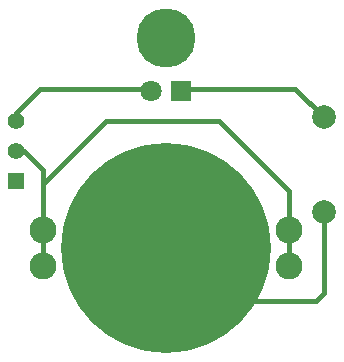
<source format=gbl>
G04 #@! TF.FileFunction,Copper,L2,Bot,Signal*
%FSLAX46Y46*%
G04 Gerber Fmt 4.6, Leading zero omitted, Abs format (unit mm)*
G04 Created by KiCad (PCBNEW 4.0.7) date 02/23/20 08:48:36*
%MOMM*%
%LPD*%
G01*
G04 APERTURE LIST*
%ADD10C,0.100000*%
%ADD11C,1.800000*%
%ADD12R,1.800000X1.800000*%
%ADD13C,1.998980*%
%ADD14C,5.000000*%
%ADD15C,2.286000*%
%ADD16C,17.780000*%
%ADD17R,1.397000X1.397000*%
%ADD18C,1.397000*%
%ADD19C,0.406400*%
G04 APERTURE END LIST*
D10*
D11*
X173990000Y-79375000D03*
D12*
X176530000Y-79375000D03*
D13*
X188595000Y-81598000D03*
X188595000Y-89598000D03*
D14*
X175260000Y-74930000D03*
D15*
X185674000Y-94234000D03*
X164846000Y-94234000D03*
X185674000Y-91186000D03*
X164846000Y-91186000D03*
D16*
X175260000Y-92710000D03*
D17*
X162560000Y-86995000D03*
D18*
X162560000Y-84455000D03*
X162560000Y-81915000D03*
D19*
X164846000Y-91186000D02*
X164846000Y-87249000D01*
X185674000Y-87884000D02*
X185674000Y-91186000D01*
X179705000Y-81915000D02*
X185674000Y-87884000D01*
X170180000Y-81915000D02*
X179705000Y-81915000D01*
X164846000Y-87249000D02*
X170180000Y-81915000D01*
X164846000Y-91186000D02*
X164846000Y-86106000D01*
X164846000Y-86106000D02*
X163195000Y-84455000D01*
X163195000Y-84455000D02*
X162560000Y-84455000D01*
X185674000Y-94234000D02*
X185674000Y-91186000D01*
X164846000Y-94234000D02*
X164846000Y-91186000D01*
X186118000Y-79248000D02*
X188595000Y-81598000D01*
X176530000Y-79248000D02*
X186118000Y-79248000D01*
X164592000Y-79248000D02*
X173990000Y-79248000D01*
X162560000Y-81915000D02*
X162560000Y-81280000D01*
X162560000Y-81280000D02*
X164592000Y-79248000D01*
X188595000Y-89598000D02*
X188595000Y-96520000D01*
X187960000Y-97155000D02*
X179705000Y-97155000D01*
X188595000Y-96520000D02*
X187960000Y-97155000D01*
X179705000Y-97155000D02*
X175260000Y-92710000D01*
X188595000Y-89598000D02*
X188595000Y-88773000D01*
X180150000Y-87820000D02*
X175260000Y-92710000D01*
X175260000Y-92710000D02*
X179705000Y-92710000D01*
M02*

</source>
